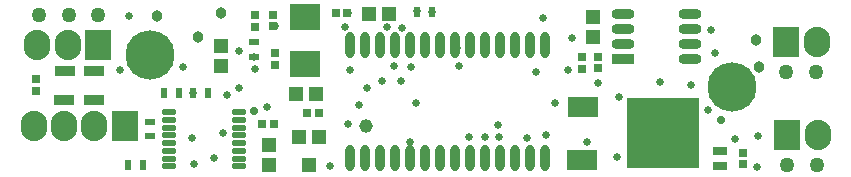
<source format=gbs>
G04*
G04 #@! TF.GenerationSoftware,Altium Limited,Altium Designer,22.6.1 (34)*
G04*
G04 Layer_Color=16711935*
%FSLAX44Y44*%
%MOMM*%
G71*
G04*
G04 #@! TF.SameCoordinates,499910AD-9B8C-4153-9010-BA54DE613A27*
G04*
G04*
G04 #@! TF.FilePolarity,Negative*
G04*
G01*
G75*
%ADD33R,1.2640X1.2640*%
%ADD34R,1.2640X1.2640*%
%ADD35R,0.6640X0.6640*%
%ADD36R,0.6640X0.6640*%
%ADD38R,1.7640X0.9140*%
%ADD40R,0.7640X0.7640*%
%ADD42R,0.5140X0.9640*%
%ADD49R,2.2640X2.5640*%
%ADD50O,2.2640X2.5640*%
%ADD51C,1.2640*%
%ADD52C,4.1640*%
%ADD53C,0.6640*%
%ADD54C,0.9640*%
%ADD55C,0.7032*%
%ADD56C,1.1640*%
%ADD57C,0.6240*%
%ADD67R,2.5640X2.1640*%
%ADD68O,0.8140X2.2140*%
%ADD69R,0.9640X0.5140*%
%ADD70R,1.1640X1.1640*%
%ADD71O,1.9420X0.8752*%
%ADD72R,1.9420X0.8752*%
%ADD73R,2.6640X1.7640*%
%ADD74R,6.1640X5.9640*%
%ADD75O,1.2640X0.5440*%
%ADD76R,1.1640X0.6640*%
D33*
X1089750Y944750D02*
D03*
X1073250D02*
D03*
X1134750Y1012500D02*
D03*
X1151250D02*
D03*
D34*
X1009142Y984880D02*
D03*
Y968380D02*
D03*
X1324000Y1009250D02*
D03*
Y992750D02*
D03*
X1050000Y901000D02*
D03*
Y884500D02*
D03*
D35*
X853000Y947000D02*
D03*
Y957000D02*
D03*
X1329000Y966000D02*
D03*
Y976000D02*
D03*
X1053592Y1001682D02*
D03*
Y1011682D02*
D03*
X1055370Y968916D02*
D03*
Y978916D02*
D03*
X1451000Y884750D02*
D03*
Y894750D02*
D03*
X1315000Y975750D02*
D03*
Y965750D02*
D03*
X1038606Y1001428D02*
D03*
Y1011428D02*
D03*
D36*
X1044000Y919000D02*
D03*
X1054000D02*
D03*
X1106500Y1013000D02*
D03*
X1116500D02*
D03*
D38*
X877127Y963602D02*
D03*
X876873Y938898D02*
D03*
X901873Y939148D02*
D03*
X902127Y963852D02*
D03*
D40*
X1092500Y928000D02*
D03*
X1082000D02*
D03*
D42*
X930500Y884000D02*
D03*
X943000D02*
D03*
X998500Y945000D02*
D03*
X986000D02*
D03*
X974001Y945000D02*
D03*
X961501D02*
D03*
X1175358Y1013714D02*
D03*
X1187858D02*
D03*
D49*
X927762Y917000D02*
D03*
X905400Y986000D02*
D03*
X1488000Y988000D02*
D03*
X1489000Y909400D02*
D03*
D50*
X902108Y917000D02*
D03*
X876454D02*
D03*
X850800D02*
D03*
X879492Y986000D02*
D03*
X853584D02*
D03*
X1513654Y988000D02*
D03*
X1514654Y909400D02*
D03*
D51*
X880400Y1011400D02*
D03*
X905400D02*
D03*
X855000D02*
D03*
X1488000Y962600D02*
D03*
X1513000D02*
D03*
X1489000Y884000D02*
D03*
X1514000D02*
D03*
D52*
X1442000Y950000D02*
D03*
X949000Y977000D02*
D03*
D53*
X1055402Y1002222D02*
D03*
X1024382Y981202D02*
D03*
X1114044Y1001522D02*
D03*
X1048512Y933704D02*
D03*
X924306Y964438D02*
D03*
X1118250Y965000D02*
D03*
X1024525Y949102D02*
D03*
X1014570Y943380D02*
D03*
X1038606Y965710D02*
D03*
X1037082Y975968D02*
D03*
X1174250Y936500D02*
D03*
X1162812Y1000252D02*
D03*
X1209294Y983488D02*
D03*
X1211250Y967750D02*
D03*
X1187858Y1013714D02*
D03*
X977138Y967232D02*
D03*
X1307000Y992152D02*
D03*
X1346750Y941750D02*
D03*
X1161430Y955154D02*
D03*
X1427734Y978916D02*
D03*
X1424250Y998750D02*
D03*
X1395750Y891250D02*
D03*
X1396500Y901750D02*
D03*
X1373750Y918500D02*
D03*
X1382750D02*
D03*
X1391750D02*
D03*
X1400750D02*
D03*
X1409750Y891500D02*
D03*
Y900500D02*
D03*
Y909500D02*
D03*
Y918500D02*
D03*
X1049250Y901750D02*
D03*
X986000Y945250D02*
D03*
X931750Y1010000D02*
D03*
X1150250Y1000750D02*
D03*
X1116750Y1013000D02*
D03*
X1175250Y1014500D02*
D03*
X1145750Y955500D02*
D03*
X1133000Y949750D02*
D03*
X1126521Y935298D02*
D03*
X1156250Y968250D02*
D03*
X1421500Y930750D02*
D03*
X1219750Y907630D02*
D03*
X1232722D02*
D03*
X1073000Y946750D02*
D03*
X1116750Y918750D02*
D03*
X1169250Y903940D02*
D03*
X1170164Y967086D02*
D03*
X1244250Y918000D02*
D03*
X1303000Y965000D02*
D03*
X1244614Y907990D02*
D03*
X1101750Y883750D02*
D03*
X1268250Y907500D02*
D03*
X1284750Y909500D02*
D03*
X1464000Y908750D02*
D03*
X1463500Y882412D02*
D03*
X986500Y885000D02*
D03*
X1380998Y954176D02*
D03*
X1003182Y889992D02*
D03*
X984750Y907250D02*
D03*
X1011250Y911500D02*
D03*
X1319056Y904020D02*
D03*
X1407000Y952000D02*
D03*
X1444250Y906000D02*
D03*
X1344676Y891032D02*
D03*
X1292000Y937000D02*
D03*
X1276000Y963000D02*
D03*
X1282000Y1009000D02*
D03*
X1329000Y954024D02*
D03*
D54*
X1009396Y1012698D02*
D03*
X990346Y992886D02*
D03*
X955548Y1010158D02*
D03*
X1462024Y990346D02*
D03*
X1464818Y967486D02*
D03*
D55*
X1037341Y929659D02*
D03*
X1432750Y922000D02*
D03*
D56*
X1132586Y916884D02*
D03*
X1315971Y933500D02*
D03*
X1315221Y888500D02*
D03*
D57*
X1134250Y1013500D02*
D03*
D67*
X1080750Y1009500D02*
D03*
Y969500D02*
D03*
D68*
X1283550Y890250D02*
D03*
X1270850D02*
D03*
X1258150D02*
D03*
X1245450D02*
D03*
X1232750D02*
D03*
X1220050D02*
D03*
X1207350D02*
D03*
X1194650D02*
D03*
X1181950D02*
D03*
X1169250D02*
D03*
X1156550D02*
D03*
X1143850D02*
D03*
X1131150D02*
D03*
X1118450D02*
D03*
X1283550Y985750D02*
D03*
X1270850D02*
D03*
X1258150D02*
D03*
X1245450D02*
D03*
X1232750D02*
D03*
X1220050D02*
D03*
X1207350D02*
D03*
X1194650D02*
D03*
X1181950D02*
D03*
X1169250D02*
D03*
X1156550D02*
D03*
X1143850D02*
D03*
X1131150D02*
D03*
X1118450D02*
D03*
D69*
X949000Y908500D02*
D03*
Y921000D02*
D03*
X1037082Y975968D02*
D03*
Y988468D02*
D03*
D70*
X1075250Y908000D02*
D03*
X1092750D02*
D03*
X1084000Y884000D02*
D03*
D71*
X1406500Y973600D02*
D03*
X1350000Y986300D02*
D03*
Y999000D02*
D03*
Y1011700D02*
D03*
X1406500Y986300D02*
D03*
Y999000D02*
D03*
Y1011700D02*
D03*
D72*
X1350000Y973600D02*
D03*
D73*
X1315971Y933500D02*
D03*
X1315221Y888500D02*
D03*
D74*
X1384000Y911000D02*
D03*
D75*
X1024500Y928750D02*
D03*
Y922250D02*
D03*
Y915750D02*
D03*
Y909250D02*
D03*
Y902750D02*
D03*
Y896250D02*
D03*
Y889750D02*
D03*
Y883250D02*
D03*
X965500Y928750D02*
D03*
Y922250D02*
D03*
Y915750D02*
D03*
Y909250D02*
D03*
Y902750D02*
D03*
Y896250D02*
D03*
Y889750D02*
D03*
Y883250D02*
D03*
D76*
X1432000Y896000D02*
D03*
Y883000D02*
D03*
M02*

</source>
